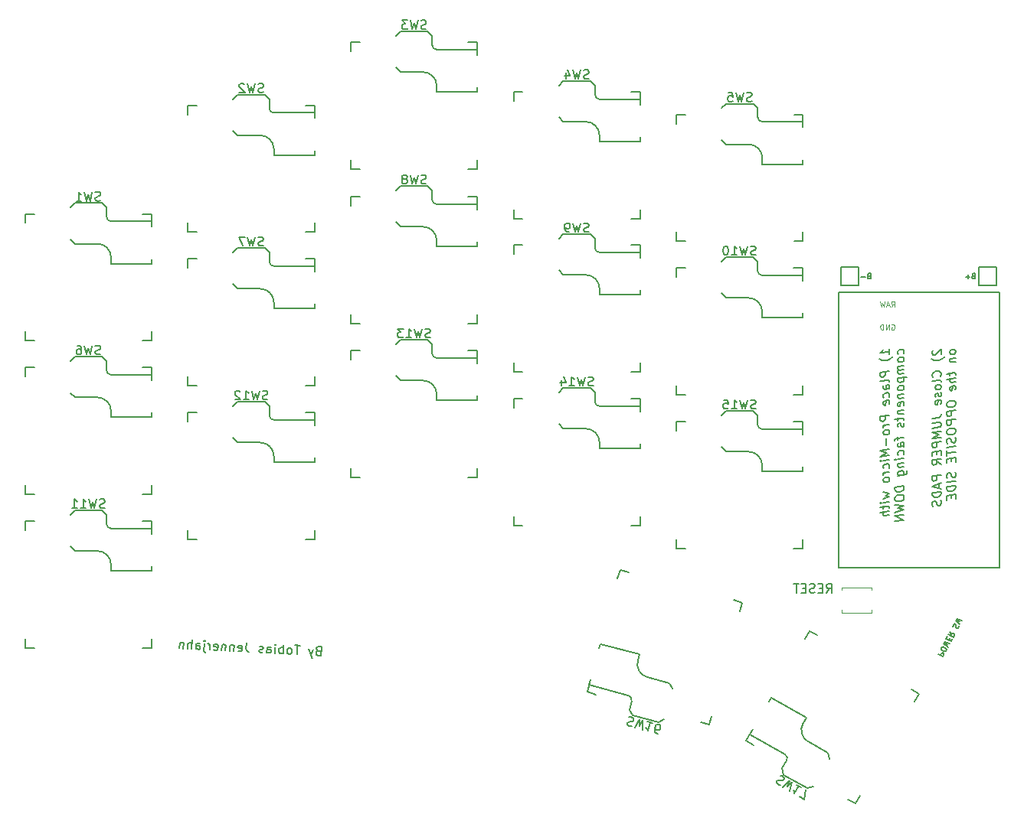
<source format=gbr>
%TF.GenerationSoftware,KiCad,Pcbnew,(6.0.7-1)-1*%
%TF.CreationDate,2022-09-01T14:34:03+02:00*%
%TF.ProjectId,sweep_no_curve,73776565-705f-46e6-9f5f-63757276652e,rev?*%
%TF.SameCoordinates,Original*%
%TF.FileFunction,Legend,Bot*%
%TF.FilePolarity,Positive*%
%FSLAX46Y46*%
G04 Gerber Fmt 4.6, Leading zero omitted, Abs format (unit mm)*
G04 Created by KiCad (PCBNEW (6.0.7-1)-1) date 2022-09-01 14:34:03*
%MOMM*%
%LPD*%
G01*
G04 APERTURE LIST*
%ADD10C,0.150000*%
%ADD11C,0.120000*%
G04 APERTURE END LIST*
D10*
X52493459Y-87421188D02*
X52348306Y-87461266D01*
X52298260Y-87506327D01*
X52245722Y-87598943D01*
X52238245Y-87741604D01*
X52280814Y-87839204D01*
X52325876Y-87889250D01*
X52418491Y-87941788D01*
X52798922Y-87961725D01*
X52851258Y-86963096D01*
X52518381Y-86945651D01*
X52420781Y-86988220D01*
X52370735Y-87033282D01*
X52318197Y-87125897D01*
X52313213Y-87221005D01*
X52355782Y-87318604D01*
X52400844Y-87368650D01*
X52493459Y-87421188D01*
X52826336Y-87438634D01*
X51930290Y-87248621D02*
X51657631Y-87901913D01*
X51454753Y-87223699D02*
X51657631Y-87901913D01*
X51740277Y-88144666D01*
X51785339Y-88194712D01*
X51877954Y-88247250D01*
X50473568Y-86838487D02*
X49902923Y-86808580D01*
X50135910Y-87822163D02*
X50188246Y-86823533D01*
X49375049Y-87782288D02*
X49472649Y-87739718D01*
X49522695Y-87694657D01*
X49575233Y-87602042D01*
X49590186Y-87316719D01*
X49547617Y-87219119D01*
X49502555Y-87169073D01*
X49409940Y-87116535D01*
X49267278Y-87109058D01*
X49169679Y-87151628D01*
X49119633Y-87196689D01*
X49067094Y-87289305D01*
X49052141Y-87574627D01*
X49094711Y-87672227D01*
X49139772Y-87722273D01*
X49232388Y-87774811D01*
X49375049Y-87782288D01*
X48614188Y-87742413D02*
X48666524Y-86743783D01*
X48646587Y-87124214D02*
X48553972Y-87071675D01*
X48363756Y-87061707D01*
X48266157Y-87104276D01*
X48216111Y-87149338D01*
X48163572Y-87241953D01*
X48148619Y-87527276D01*
X48191189Y-87624876D01*
X48236250Y-87674922D01*
X48328866Y-87727460D01*
X48519081Y-87737429D01*
X48616681Y-87694859D01*
X47710666Y-87695061D02*
X47745557Y-87029308D01*
X47763002Y-86696432D02*
X47808064Y-86746478D01*
X47758018Y-86791539D01*
X47712956Y-86741493D01*
X47763002Y-86696432D01*
X47758018Y-86791539D01*
X46807145Y-87647710D02*
X46834559Y-87124618D01*
X46887097Y-87032003D01*
X46984697Y-86989433D01*
X47174912Y-86999402D01*
X47267527Y-87051940D01*
X46809637Y-87600156D02*
X46902252Y-87652694D01*
X47140021Y-87665155D01*
X47237621Y-87622586D01*
X47290159Y-87529970D01*
X47295143Y-87434863D01*
X47252574Y-87337263D01*
X47159959Y-87284725D01*
X46922190Y-87272264D01*
X46829574Y-87219726D01*
X46381653Y-87577726D02*
X46284053Y-87620296D01*
X46093838Y-87610327D01*
X46001222Y-87557789D01*
X45958653Y-87460189D01*
X45961145Y-87412635D01*
X46013683Y-87320020D01*
X46111283Y-87277450D01*
X46253944Y-87284927D01*
X46351544Y-87242358D01*
X46404082Y-87149742D01*
X46406575Y-87102188D01*
X46364005Y-87004589D01*
X46271390Y-86952050D01*
X46128728Y-86944574D01*
X46031129Y-86987143D01*
X44529345Y-86526963D02*
X44491962Y-87240270D01*
X44532039Y-87385423D01*
X44622162Y-87485515D01*
X44762332Y-87540546D01*
X44857439Y-87545530D01*
X43623533Y-87433179D02*
X43716148Y-87485717D01*
X43906363Y-87495686D01*
X44003963Y-87453117D01*
X44056501Y-87360501D01*
X44076439Y-86980071D01*
X44033870Y-86882471D01*
X43941254Y-86829933D01*
X43751039Y-86819964D01*
X43653439Y-86862534D01*
X43600901Y-86955149D01*
X43595917Y-87050257D01*
X44066470Y-87170286D01*
X43180394Y-86790058D02*
X43145503Y-87455811D01*
X43175409Y-86885166D02*
X43130348Y-86835120D01*
X43037732Y-86782582D01*
X42895071Y-86775105D01*
X42797471Y-86817674D01*
X42744933Y-86910290D01*
X42717519Y-87433382D01*
X42276872Y-86742707D02*
X42241981Y-87408460D01*
X42271887Y-86837814D02*
X42226826Y-86787768D01*
X42134210Y-86735230D01*
X41991549Y-86727753D01*
X41893949Y-86770323D01*
X41841411Y-86862938D01*
X41813997Y-87386030D01*
X40960521Y-87293617D02*
X41053136Y-87346155D01*
X41243351Y-87356124D01*
X41340951Y-87313554D01*
X41393489Y-87220939D01*
X41413427Y-86840509D01*
X41370857Y-86742909D01*
X41278242Y-86690371D01*
X41088027Y-86680402D01*
X40990427Y-86722971D01*
X40937889Y-86815587D01*
X40932905Y-86910694D01*
X41403458Y-87030724D01*
X40482491Y-87316249D02*
X40517381Y-86650496D01*
X40507413Y-86840711D02*
X40464843Y-86743111D01*
X40419782Y-86693065D01*
X40327166Y-86640527D01*
X40232059Y-86635543D01*
X39899182Y-86618097D02*
X39854323Y-87474065D01*
X39896892Y-87571665D01*
X39989508Y-87624203D01*
X40037061Y-87626695D01*
X39916628Y-86285221D02*
X39961689Y-86335267D01*
X39911643Y-86380328D01*
X39866582Y-86330282D01*
X39916628Y-86285221D01*
X39911643Y-86380328D01*
X38960770Y-87236499D02*
X38988184Y-86713407D01*
X39040722Y-86620792D01*
X39138322Y-86578222D01*
X39328537Y-86588191D01*
X39421152Y-86640729D01*
X38963262Y-87188945D02*
X39055877Y-87241483D01*
X39293646Y-87253944D01*
X39391246Y-87211375D01*
X39443784Y-87118759D01*
X39448768Y-87023652D01*
X39406199Y-86926052D01*
X39313584Y-86873514D01*
X39075815Y-86861053D01*
X38983199Y-86808515D01*
X38485232Y-87211577D02*
X38537568Y-86212947D01*
X38057248Y-87189147D02*
X38084662Y-86666055D01*
X38137200Y-86573440D01*
X38234800Y-86530871D01*
X38377461Y-86538347D01*
X38470076Y-86590885D01*
X38515138Y-86640931D01*
X37616600Y-86498472D02*
X37581710Y-87164225D01*
X37611616Y-86593580D02*
X37566554Y-86543534D01*
X37473939Y-86490996D01*
X37331278Y-86483519D01*
X37233678Y-86526088D01*
X37181140Y-86618704D01*
X37153726Y-87141795D01*
D11*
X115837255Y-49344228D02*
X116037255Y-49058514D01*
X116180112Y-49344228D02*
X116180112Y-48744228D01*
X115951541Y-48744228D01*
X115894398Y-48772800D01*
X115865827Y-48801371D01*
X115837255Y-48858514D01*
X115837255Y-48944228D01*
X115865827Y-49001371D01*
X115894398Y-49029942D01*
X115951541Y-49058514D01*
X116180112Y-49058514D01*
X115608684Y-49172800D02*
X115322970Y-49172800D01*
X115665827Y-49344228D02*
X115465827Y-48744228D01*
X115265827Y-49344228D01*
X115122970Y-48744228D02*
X114980112Y-49344228D01*
X114865827Y-48915657D01*
X114751541Y-49344228D01*
X114608684Y-48744228D01*
D10*
X113358571Y-45931142D02*
X113272857Y-45959714D01*
X113244285Y-45988285D01*
X113215714Y-46045428D01*
X113215714Y-46131142D01*
X113244285Y-46188285D01*
X113272857Y-46216857D01*
X113330000Y-46245428D01*
X113558571Y-46245428D01*
X113558571Y-45645428D01*
X113358571Y-45645428D01*
X113301428Y-45674000D01*
X113272857Y-45702571D01*
X113244285Y-45759714D01*
X113244285Y-45816857D01*
X113272857Y-45874000D01*
X113301428Y-45902571D01*
X113358571Y-45931142D01*
X113558571Y-45931142D01*
X112958571Y-46016857D02*
X112501428Y-46016857D01*
X120459419Y-54153423D02*
X120411800Y-54206995D01*
X120364180Y-54308185D01*
X120364180Y-54546280D01*
X120411800Y-54635566D01*
X120459419Y-54677233D01*
X120554657Y-54712947D01*
X120649895Y-54701042D01*
X120792752Y-54635566D01*
X121364180Y-53992709D01*
X121364180Y-54611757D01*
X121745133Y-54897471D02*
X121697514Y-54951042D01*
X121554657Y-55064138D01*
X121459419Y-55123661D01*
X121316561Y-55189138D01*
X121078466Y-55266519D01*
X120887990Y-55290328D01*
X120649895Y-55272471D01*
X120507038Y-55242709D01*
X120411800Y-55206995D01*
X120268942Y-55129614D01*
X120221323Y-55087947D01*
X121268942Y-57052233D02*
X121316561Y-56998661D01*
X121364180Y-56849852D01*
X121364180Y-56754614D01*
X121316561Y-56617709D01*
X121221323Y-56534376D01*
X121126085Y-56498661D01*
X120935609Y-56474852D01*
X120792752Y-56492709D01*
X120602276Y-56564138D01*
X120507038Y-56623661D01*
X120411800Y-56730804D01*
X120364180Y-56879614D01*
X120364180Y-56974852D01*
X120411800Y-57111757D01*
X120459419Y-57153423D01*
X121364180Y-57611757D02*
X121316561Y-57522471D01*
X121221323Y-57486757D01*
X120364180Y-57593900D01*
X121364180Y-58135566D02*
X121316561Y-58046280D01*
X121268942Y-58004614D01*
X121173704Y-57968900D01*
X120887990Y-58004614D01*
X120792752Y-58064138D01*
X120745133Y-58117709D01*
X120697514Y-58218900D01*
X120697514Y-58361757D01*
X120745133Y-58451042D01*
X120792752Y-58492709D01*
X120887990Y-58528423D01*
X121173704Y-58492709D01*
X121268942Y-58433185D01*
X121316561Y-58379614D01*
X121364180Y-58278423D01*
X121364180Y-58135566D01*
X121316561Y-58855804D02*
X121364180Y-58945090D01*
X121364180Y-59135566D01*
X121316561Y-59236757D01*
X121221323Y-59296280D01*
X121173704Y-59302233D01*
X121078466Y-59266519D01*
X121030847Y-59177233D01*
X121030847Y-59034376D01*
X120983228Y-58945090D01*
X120887990Y-58909376D01*
X120840371Y-58915328D01*
X120745133Y-58974852D01*
X120697514Y-59076042D01*
X120697514Y-59218900D01*
X120745133Y-59308185D01*
X121316561Y-60093900D02*
X121364180Y-59992709D01*
X121364180Y-59802233D01*
X121316561Y-59712947D01*
X121221323Y-59677233D01*
X120840371Y-59724852D01*
X120745133Y-59784376D01*
X120697514Y-59885566D01*
X120697514Y-60076042D01*
X120745133Y-60165328D01*
X120840371Y-60201042D01*
X120935609Y-60189138D01*
X121030847Y-59701042D01*
X120364180Y-61736757D02*
X121078466Y-61647471D01*
X121221323Y-61581995D01*
X121316561Y-61474852D01*
X121364180Y-61326042D01*
X121364180Y-61230804D01*
X120364180Y-62212947D02*
X121173704Y-62111757D01*
X121268942Y-62147471D01*
X121316561Y-62189138D01*
X121364180Y-62278423D01*
X121364180Y-62468900D01*
X121316561Y-62570090D01*
X121268942Y-62623661D01*
X121173704Y-62683185D01*
X120364180Y-62784376D01*
X121364180Y-63135566D02*
X120364180Y-63260566D01*
X121078466Y-63504614D01*
X120364180Y-63927233D01*
X121364180Y-63802233D01*
X121364180Y-64278423D02*
X120364180Y-64403423D01*
X120364180Y-64784376D01*
X120411800Y-64873661D01*
X120459419Y-64915328D01*
X120554657Y-64951042D01*
X120697514Y-64933185D01*
X120792752Y-64873661D01*
X120840371Y-64820090D01*
X120887990Y-64718900D01*
X120887990Y-64337947D01*
X120840371Y-65343900D02*
X120840371Y-65677233D01*
X121364180Y-65754614D02*
X121364180Y-65278423D01*
X120364180Y-65403423D01*
X120364180Y-65879614D01*
X121364180Y-66754614D02*
X120887990Y-66480804D01*
X121364180Y-66183185D02*
X120364180Y-66308185D01*
X120364180Y-66689138D01*
X120411800Y-66778423D01*
X120459419Y-66820090D01*
X120554657Y-66855804D01*
X120697514Y-66837947D01*
X120792752Y-66778423D01*
X120840371Y-66724852D01*
X120887990Y-66623661D01*
X120887990Y-66242709D01*
X121364180Y-67945090D02*
X120364180Y-68070090D01*
X120364180Y-68451042D01*
X120411800Y-68540328D01*
X120459419Y-68581995D01*
X120554657Y-68617709D01*
X120697514Y-68599852D01*
X120792752Y-68540328D01*
X120840371Y-68486757D01*
X120887990Y-68385566D01*
X120887990Y-68004614D01*
X121078466Y-68933185D02*
X121078466Y-69409376D01*
X121364180Y-68802233D02*
X120364180Y-69260566D01*
X121364180Y-69468900D01*
X121364180Y-69802233D02*
X120364180Y-69927233D01*
X120364180Y-70165328D01*
X120411800Y-70302233D01*
X120507038Y-70385566D01*
X120602276Y-70421280D01*
X120792752Y-70445090D01*
X120935609Y-70427233D01*
X121126085Y-70355804D01*
X121221323Y-70296280D01*
X121316561Y-70189138D01*
X121364180Y-70040328D01*
X121364180Y-69802233D01*
X121316561Y-70760566D02*
X121364180Y-70897471D01*
X121364180Y-71135566D01*
X121316561Y-71236757D01*
X121268942Y-71290328D01*
X121173704Y-71349852D01*
X121078466Y-71361757D01*
X120983228Y-71326042D01*
X120935609Y-71284376D01*
X120887990Y-71195090D01*
X120840371Y-71010566D01*
X120792752Y-70921280D01*
X120745133Y-70879614D01*
X120649895Y-70843900D01*
X120554657Y-70855804D01*
X120459419Y-70915328D01*
X120411800Y-70968900D01*
X120364180Y-71070090D01*
X120364180Y-71308185D01*
X120411800Y-71445090D01*
X122974180Y-54230804D02*
X122926561Y-54141519D01*
X122878942Y-54099852D01*
X122783704Y-54064138D01*
X122497990Y-54099852D01*
X122402752Y-54159376D01*
X122355133Y-54212947D01*
X122307514Y-54314138D01*
X122307514Y-54456995D01*
X122355133Y-54546280D01*
X122402752Y-54587947D01*
X122497990Y-54623661D01*
X122783704Y-54587947D01*
X122878942Y-54528423D01*
X122926561Y-54474852D01*
X122974180Y-54373661D01*
X122974180Y-54230804D01*
X122307514Y-55076042D02*
X122974180Y-54992709D01*
X122402752Y-55064138D02*
X122355133Y-55117709D01*
X122307514Y-55218900D01*
X122307514Y-55361757D01*
X122355133Y-55451042D01*
X122450371Y-55486757D01*
X122974180Y-55421280D01*
X122307514Y-56599852D02*
X122307514Y-56980804D01*
X121974180Y-56784376D02*
X122831323Y-56677233D01*
X122926561Y-56712947D01*
X122974180Y-56802233D01*
X122974180Y-56897471D01*
X122974180Y-57230804D02*
X121974180Y-57355804D01*
X122974180Y-57659376D02*
X122450371Y-57724852D01*
X122355133Y-57689138D01*
X122307514Y-57599852D01*
X122307514Y-57456995D01*
X122355133Y-57355804D01*
X122402752Y-57302233D01*
X122926561Y-58522471D02*
X122974180Y-58421280D01*
X122974180Y-58230804D01*
X122926561Y-58141519D01*
X122831323Y-58105804D01*
X122450371Y-58153423D01*
X122355133Y-58212947D01*
X122307514Y-58314138D01*
X122307514Y-58504614D01*
X122355133Y-58593900D01*
X122450371Y-58629614D01*
X122545609Y-58617709D01*
X122640847Y-58129614D01*
X121974180Y-60070090D02*
X121974180Y-60260566D01*
X122021800Y-60349852D01*
X122117038Y-60433185D01*
X122307514Y-60456995D01*
X122640847Y-60415328D01*
X122831323Y-60343900D01*
X122926561Y-60236757D01*
X122974180Y-60135566D01*
X122974180Y-59945090D01*
X122926561Y-59855804D01*
X122831323Y-59772471D01*
X122640847Y-59748661D01*
X122307514Y-59790328D01*
X122117038Y-59861757D01*
X122021800Y-59968900D01*
X121974180Y-60070090D01*
X122974180Y-60802233D02*
X121974180Y-60927233D01*
X121974180Y-61308185D01*
X122021800Y-61397471D01*
X122069419Y-61439138D01*
X122164657Y-61474852D01*
X122307514Y-61456995D01*
X122402752Y-61397471D01*
X122450371Y-61343900D01*
X122497990Y-61242709D01*
X122497990Y-60861757D01*
X122974180Y-61802233D02*
X121974180Y-61927233D01*
X121974180Y-62308185D01*
X122021800Y-62397471D01*
X122069419Y-62439138D01*
X122164657Y-62474852D01*
X122307514Y-62456995D01*
X122402752Y-62397471D01*
X122450371Y-62343900D01*
X122497990Y-62242709D01*
X122497990Y-61861757D01*
X121974180Y-63117709D02*
X121974180Y-63308185D01*
X122021800Y-63397471D01*
X122117038Y-63480804D01*
X122307514Y-63504614D01*
X122640847Y-63462947D01*
X122831323Y-63391519D01*
X122926561Y-63284376D01*
X122974180Y-63183185D01*
X122974180Y-62992709D01*
X122926561Y-62903423D01*
X122831323Y-62820090D01*
X122640847Y-62796280D01*
X122307514Y-62837947D01*
X122117038Y-62909376D01*
X122021800Y-63016519D01*
X121974180Y-63117709D01*
X122926561Y-63808185D02*
X122974180Y-63945090D01*
X122974180Y-64183185D01*
X122926561Y-64284376D01*
X122878942Y-64337947D01*
X122783704Y-64397471D01*
X122688466Y-64409376D01*
X122593228Y-64373661D01*
X122545609Y-64331995D01*
X122497990Y-64242709D01*
X122450371Y-64058185D01*
X122402752Y-63968900D01*
X122355133Y-63927233D01*
X122259895Y-63891519D01*
X122164657Y-63903423D01*
X122069419Y-63962947D01*
X122021800Y-64016519D01*
X121974180Y-64117709D01*
X121974180Y-64355804D01*
X122021800Y-64492709D01*
X122974180Y-64802233D02*
X121974180Y-64927233D01*
X121974180Y-65260566D02*
X121974180Y-65831995D01*
X122974180Y-65421280D02*
X121974180Y-65546280D01*
X122450371Y-66105804D02*
X122450371Y-66439138D01*
X122974180Y-66516519D02*
X122974180Y-66040328D01*
X121974180Y-66165328D01*
X121974180Y-66641519D01*
X122926561Y-67665328D02*
X122974180Y-67802233D01*
X122974180Y-68040328D01*
X122926561Y-68141519D01*
X122878942Y-68195090D01*
X122783704Y-68254614D01*
X122688466Y-68266519D01*
X122593228Y-68230804D01*
X122545609Y-68189138D01*
X122497990Y-68099852D01*
X122450371Y-67915328D01*
X122402752Y-67826042D01*
X122355133Y-67784376D01*
X122259895Y-67748661D01*
X122164657Y-67760566D01*
X122069419Y-67820090D01*
X122021800Y-67873661D01*
X121974180Y-67974852D01*
X121974180Y-68212947D01*
X122021800Y-68349852D01*
X122974180Y-68659376D02*
X121974180Y-68784376D01*
X122974180Y-69135566D02*
X121974180Y-69260566D01*
X121974180Y-69498661D01*
X122021800Y-69635566D01*
X122117038Y-69718900D01*
X122212276Y-69754614D01*
X122402752Y-69778423D01*
X122545609Y-69760566D01*
X122736085Y-69689138D01*
X122831323Y-69629614D01*
X122926561Y-69522471D01*
X122974180Y-69373661D01*
X122974180Y-69135566D01*
X122450371Y-70201042D02*
X122450371Y-70534376D01*
X122974180Y-70611757D02*
X122974180Y-70135566D01*
X121974180Y-70260566D01*
X121974180Y-70736757D01*
D11*
X115865827Y-51312800D02*
X115922970Y-51284228D01*
X116008684Y-51284228D01*
X116094398Y-51312800D01*
X116151541Y-51369942D01*
X116180112Y-51427085D01*
X116208684Y-51541371D01*
X116208684Y-51627085D01*
X116180112Y-51741371D01*
X116151541Y-51798514D01*
X116094398Y-51855657D01*
X116008684Y-51884228D01*
X115951541Y-51884228D01*
X115865827Y-51855657D01*
X115837255Y-51827085D01*
X115837255Y-51627085D01*
X115951541Y-51627085D01*
X115580112Y-51884228D02*
X115580112Y-51284228D01*
X115237255Y-51884228D01*
X115237255Y-51284228D01*
X114951541Y-51884228D02*
X114951541Y-51284228D01*
X114808684Y-51284228D01*
X114722970Y-51312800D01*
X114665827Y-51369942D01*
X114637255Y-51427085D01*
X114608684Y-51541371D01*
X114608684Y-51627085D01*
X114637255Y-51741371D01*
X114665827Y-51798514D01*
X114722970Y-51855657D01*
X114808684Y-51884228D01*
X114951541Y-51884228D01*
D10*
X115623780Y-54611757D02*
X115623780Y-54040328D01*
X115623780Y-54326042D02*
X114623780Y-54451042D01*
X114766638Y-54337947D01*
X114861876Y-54230804D01*
X114909495Y-54129614D01*
X116004733Y-54897471D02*
X115957114Y-54951042D01*
X115814257Y-55064138D01*
X115719019Y-55123661D01*
X115576161Y-55189138D01*
X115338066Y-55266519D01*
X115147590Y-55290328D01*
X114909495Y-55272471D01*
X114766638Y-55242709D01*
X114671400Y-55206995D01*
X114528542Y-55129614D01*
X114480923Y-55087947D01*
X115623780Y-56468900D02*
X114623780Y-56593900D01*
X114623780Y-56974852D01*
X114671400Y-57064138D01*
X114719019Y-57105804D01*
X114814257Y-57141519D01*
X114957114Y-57123661D01*
X115052352Y-57064138D01*
X115099971Y-57010566D01*
X115147590Y-56909376D01*
X115147590Y-56528423D01*
X115623780Y-57611757D02*
X115576161Y-57522471D01*
X115480923Y-57486757D01*
X114623780Y-57593900D01*
X115623780Y-58421280D02*
X115099971Y-58486757D01*
X115004733Y-58451042D01*
X114957114Y-58361757D01*
X114957114Y-58171280D01*
X115004733Y-58070090D01*
X115576161Y-58427233D02*
X115623780Y-58326042D01*
X115623780Y-58087947D01*
X115576161Y-57998661D01*
X115480923Y-57962947D01*
X115385685Y-57974852D01*
X115290447Y-58034376D01*
X115242828Y-58135566D01*
X115242828Y-58373661D01*
X115195209Y-58474852D01*
X115576161Y-59331995D02*
X115623780Y-59230804D01*
X115623780Y-59040328D01*
X115576161Y-58951042D01*
X115528542Y-58909376D01*
X115433304Y-58873661D01*
X115147590Y-58909376D01*
X115052352Y-58968900D01*
X115004733Y-59022471D01*
X114957114Y-59123661D01*
X114957114Y-59314138D01*
X115004733Y-59403423D01*
X115576161Y-60141519D02*
X115623780Y-60040328D01*
X115623780Y-59849852D01*
X115576161Y-59760566D01*
X115480923Y-59724852D01*
X115099971Y-59772471D01*
X115004733Y-59831995D01*
X114957114Y-59933185D01*
X114957114Y-60123661D01*
X115004733Y-60212947D01*
X115099971Y-60248661D01*
X115195209Y-60236757D01*
X115290447Y-59748661D01*
X115623780Y-61373661D02*
X114623780Y-61498661D01*
X114623780Y-61879614D01*
X114671400Y-61968900D01*
X114719019Y-62010566D01*
X114814257Y-62046280D01*
X114957114Y-62028423D01*
X115052352Y-61968900D01*
X115099971Y-61915328D01*
X115147590Y-61814138D01*
X115147590Y-61433185D01*
X115623780Y-62373661D02*
X114957114Y-62456995D01*
X115147590Y-62433185D02*
X115052352Y-62492709D01*
X115004733Y-62546280D01*
X114957114Y-62647471D01*
X114957114Y-62742709D01*
X115623780Y-63135566D02*
X115576161Y-63046280D01*
X115528542Y-63004614D01*
X115433304Y-62968900D01*
X115147590Y-63004614D01*
X115052352Y-63064138D01*
X115004733Y-63117709D01*
X114957114Y-63218900D01*
X114957114Y-63361757D01*
X115004733Y-63451042D01*
X115052352Y-63492709D01*
X115147590Y-63528423D01*
X115433304Y-63492709D01*
X115528542Y-63433185D01*
X115576161Y-63379614D01*
X115623780Y-63278423D01*
X115623780Y-63135566D01*
X115242828Y-63945090D02*
X115242828Y-64706995D01*
X115623780Y-65135566D02*
X114623780Y-65260566D01*
X115338066Y-65504614D01*
X114623780Y-65927233D01*
X115623780Y-65802233D01*
X115623780Y-66278423D02*
X114957114Y-66361757D01*
X114623780Y-66403423D02*
X114671400Y-66349852D01*
X114719019Y-66391519D01*
X114671400Y-66445090D01*
X114623780Y-66403423D01*
X114719019Y-66391519D01*
X115576161Y-67189138D02*
X115623780Y-67087947D01*
X115623780Y-66897471D01*
X115576161Y-66808185D01*
X115528542Y-66766519D01*
X115433304Y-66730804D01*
X115147590Y-66766519D01*
X115052352Y-66826042D01*
X115004733Y-66879614D01*
X114957114Y-66980804D01*
X114957114Y-67171280D01*
X115004733Y-67260566D01*
X115623780Y-67611757D02*
X114957114Y-67695090D01*
X115147590Y-67671280D02*
X115052352Y-67730804D01*
X115004733Y-67784376D01*
X114957114Y-67885566D01*
X114957114Y-67980804D01*
X115623780Y-68373661D02*
X115576161Y-68284376D01*
X115528542Y-68242709D01*
X115433304Y-68206995D01*
X115147590Y-68242709D01*
X115052352Y-68302233D01*
X115004733Y-68355804D01*
X114957114Y-68456995D01*
X114957114Y-68599852D01*
X115004733Y-68689138D01*
X115052352Y-68730804D01*
X115147590Y-68766519D01*
X115433304Y-68730804D01*
X115528542Y-68671280D01*
X115576161Y-68617709D01*
X115623780Y-68516519D01*
X115623780Y-68373661D01*
X114957114Y-69885566D02*
X115623780Y-69992709D01*
X115147590Y-70242709D01*
X115623780Y-70373661D01*
X114957114Y-70647471D01*
X115623780Y-70945090D02*
X114957114Y-71028423D01*
X114623780Y-71070090D02*
X114671400Y-71016519D01*
X114719019Y-71058185D01*
X114671400Y-71111757D01*
X114623780Y-71070090D01*
X114719019Y-71058185D01*
X114957114Y-71361757D02*
X114957114Y-71742709D01*
X114623780Y-71546280D02*
X115480923Y-71439138D01*
X115576161Y-71474852D01*
X115623780Y-71564138D01*
X115623780Y-71659376D01*
X115623780Y-71992709D02*
X114623780Y-72117709D01*
X115623780Y-72421280D02*
X115099971Y-72486757D01*
X115004733Y-72451042D01*
X114957114Y-72361757D01*
X114957114Y-72218900D01*
X115004733Y-72117709D01*
X115052352Y-72064138D01*
X117186161Y-54522471D02*
X117233780Y-54421280D01*
X117233780Y-54230804D01*
X117186161Y-54141519D01*
X117138542Y-54099852D01*
X117043304Y-54064138D01*
X116757590Y-54099852D01*
X116662352Y-54159376D01*
X116614733Y-54212947D01*
X116567114Y-54314138D01*
X116567114Y-54504614D01*
X116614733Y-54593900D01*
X117233780Y-55087947D02*
X117186161Y-54998661D01*
X117138542Y-54956995D01*
X117043304Y-54921280D01*
X116757590Y-54956995D01*
X116662352Y-55016519D01*
X116614733Y-55070090D01*
X116567114Y-55171280D01*
X116567114Y-55314138D01*
X116614733Y-55403423D01*
X116662352Y-55445090D01*
X116757590Y-55480804D01*
X117043304Y-55445090D01*
X117138542Y-55385566D01*
X117186161Y-55331995D01*
X117233780Y-55230804D01*
X117233780Y-55087947D01*
X117233780Y-55849852D02*
X116567114Y-55933185D01*
X116662352Y-55921280D02*
X116614733Y-55974852D01*
X116567114Y-56076042D01*
X116567114Y-56218900D01*
X116614733Y-56308185D01*
X116709971Y-56343900D01*
X117233780Y-56278423D01*
X116709971Y-56343900D02*
X116614733Y-56403423D01*
X116567114Y-56504614D01*
X116567114Y-56647471D01*
X116614733Y-56736757D01*
X116709971Y-56772471D01*
X117233780Y-56706995D01*
X116567114Y-57266519D02*
X117567114Y-57141519D01*
X116614733Y-57260566D02*
X116567114Y-57361757D01*
X116567114Y-57552233D01*
X116614733Y-57641519D01*
X116662352Y-57683185D01*
X116757590Y-57718900D01*
X117043304Y-57683185D01*
X117138542Y-57623661D01*
X117186161Y-57570090D01*
X117233780Y-57468900D01*
X117233780Y-57278423D01*
X117186161Y-57189138D01*
X117233780Y-58230804D02*
X117186161Y-58141519D01*
X117138542Y-58099852D01*
X117043304Y-58064138D01*
X116757590Y-58099852D01*
X116662352Y-58159376D01*
X116614733Y-58212947D01*
X116567114Y-58314138D01*
X116567114Y-58456995D01*
X116614733Y-58546280D01*
X116662352Y-58587947D01*
X116757590Y-58623661D01*
X117043304Y-58587947D01*
X117138542Y-58528423D01*
X117186161Y-58474852D01*
X117233780Y-58373661D01*
X117233780Y-58230804D01*
X116567114Y-59076042D02*
X117233780Y-58992709D01*
X116662352Y-59064138D02*
X116614733Y-59117709D01*
X116567114Y-59218900D01*
X116567114Y-59361757D01*
X116614733Y-59451042D01*
X116709971Y-59486757D01*
X117233780Y-59421280D01*
X117186161Y-60284376D02*
X117233780Y-60183185D01*
X117233780Y-59992709D01*
X117186161Y-59903423D01*
X117090923Y-59867709D01*
X116709971Y-59915328D01*
X116614733Y-59974852D01*
X116567114Y-60076042D01*
X116567114Y-60266519D01*
X116614733Y-60355804D01*
X116709971Y-60391519D01*
X116805209Y-60379614D01*
X116900447Y-59891519D01*
X116567114Y-60837947D02*
X117233780Y-60754614D01*
X116662352Y-60826042D02*
X116614733Y-60879614D01*
X116567114Y-60980804D01*
X116567114Y-61123661D01*
X116614733Y-61212947D01*
X116709971Y-61248661D01*
X117233780Y-61183185D01*
X116567114Y-61599852D02*
X116567114Y-61980804D01*
X116233780Y-61784376D02*
X117090923Y-61677233D01*
X117186161Y-61712947D01*
X117233780Y-61802233D01*
X117233780Y-61897471D01*
X117186161Y-62189138D02*
X117233780Y-62278423D01*
X117233780Y-62468900D01*
X117186161Y-62570090D01*
X117090923Y-62629614D01*
X117043304Y-62635566D01*
X116948066Y-62599852D01*
X116900447Y-62510566D01*
X116900447Y-62367709D01*
X116852828Y-62278423D01*
X116757590Y-62242709D01*
X116709971Y-62248661D01*
X116614733Y-62308185D01*
X116567114Y-62409376D01*
X116567114Y-62552233D01*
X116614733Y-62641519D01*
X116567114Y-63742709D02*
X116567114Y-64123661D01*
X117233780Y-63802233D02*
X116376638Y-63909376D01*
X116281400Y-63968900D01*
X116233780Y-64070090D01*
X116233780Y-64165328D01*
X117233780Y-64802233D02*
X116709971Y-64867709D01*
X116614733Y-64831995D01*
X116567114Y-64742709D01*
X116567114Y-64552233D01*
X116614733Y-64451042D01*
X117186161Y-64808185D02*
X117233780Y-64706995D01*
X117233780Y-64468900D01*
X117186161Y-64379614D01*
X117090923Y-64343900D01*
X116995685Y-64355804D01*
X116900447Y-64415328D01*
X116852828Y-64516519D01*
X116852828Y-64754614D01*
X116805209Y-64855804D01*
X117186161Y-65712947D02*
X117233780Y-65611757D01*
X117233780Y-65421280D01*
X117186161Y-65331995D01*
X117138542Y-65290328D01*
X117043304Y-65254614D01*
X116757590Y-65290328D01*
X116662352Y-65349852D01*
X116614733Y-65403423D01*
X116567114Y-65504614D01*
X116567114Y-65695090D01*
X116614733Y-65784376D01*
X117233780Y-66135566D02*
X116567114Y-66218900D01*
X116233780Y-66260566D02*
X116281400Y-66206995D01*
X116329019Y-66248661D01*
X116281400Y-66302233D01*
X116233780Y-66260566D01*
X116329019Y-66248661D01*
X116567114Y-66695090D02*
X117233780Y-66611757D01*
X116662352Y-66683185D02*
X116614733Y-66736757D01*
X116567114Y-66837947D01*
X116567114Y-66980804D01*
X116614733Y-67070090D01*
X116709971Y-67105804D01*
X117233780Y-67040328D01*
X116567114Y-68028423D02*
X117376638Y-67927233D01*
X117471876Y-67867709D01*
X117519495Y-67814138D01*
X117567114Y-67712947D01*
X117567114Y-67570090D01*
X117519495Y-67480804D01*
X117186161Y-67951042D02*
X117233780Y-67849852D01*
X117233780Y-67659376D01*
X117186161Y-67570090D01*
X117138542Y-67528423D01*
X117043304Y-67492709D01*
X116757590Y-67528423D01*
X116662352Y-67587947D01*
X116614733Y-67641519D01*
X116567114Y-67742709D01*
X116567114Y-67933185D01*
X116614733Y-68022471D01*
X117233780Y-69183185D02*
X116233780Y-69308185D01*
X116233780Y-69546280D01*
X116281400Y-69683185D01*
X116376638Y-69766519D01*
X116471876Y-69802233D01*
X116662352Y-69826042D01*
X116805209Y-69808185D01*
X116995685Y-69736757D01*
X117090923Y-69677233D01*
X117186161Y-69570090D01*
X117233780Y-69421280D01*
X117233780Y-69183185D01*
X116233780Y-70498661D02*
X116233780Y-70689138D01*
X116281400Y-70778423D01*
X116376638Y-70861757D01*
X116567114Y-70885566D01*
X116900447Y-70843900D01*
X117090923Y-70772471D01*
X117186161Y-70665328D01*
X117233780Y-70564138D01*
X117233780Y-70373661D01*
X117186161Y-70284376D01*
X117090923Y-70201042D01*
X116900447Y-70177233D01*
X116567114Y-70218900D01*
X116376638Y-70290328D01*
X116281400Y-70397471D01*
X116233780Y-70498661D01*
X116233780Y-71260566D02*
X117233780Y-71373661D01*
X116519495Y-71653423D01*
X117233780Y-71754614D01*
X116233780Y-72117709D01*
X117233780Y-72373661D02*
X116233780Y-72498661D01*
X117233780Y-72945090D01*
X116233780Y-73070090D01*
X124915571Y-45931142D02*
X124829857Y-45959714D01*
X124801285Y-45988285D01*
X124772714Y-46045428D01*
X124772714Y-46131142D01*
X124801285Y-46188285D01*
X124829857Y-46216857D01*
X124887000Y-46245428D01*
X125115571Y-46245428D01*
X125115571Y-45645428D01*
X124915571Y-45645428D01*
X124858428Y-45674000D01*
X124829857Y-45702571D01*
X124801285Y-45759714D01*
X124801285Y-45816857D01*
X124829857Y-45874000D01*
X124858428Y-45902571D01*
X124915571Y-45931142D01*
X125115571Y-45931142D01*
X124515571Y-46016857D02*
X124058428Y-46016857D01*
X124287000Y-46245428D02*
X124287000Y-45788285D01*
%TO.C,SW17*%
X103546287Y-101223670D02*
X103693814Y-101253859D01*
X103900011Y-101372906D01*
X103958680Y-101461765D01*
X103976110Y-101526814D01*
X103969730Y-101633102D01*
X103922111Y-101715580D01*
X103833253Y-101774249D01*
X103768204Y-101791679D01*
X103661916Y-101785299D01*
X103473149Y-101731301D01*
X103366861Y-101724921D01*
X103301812Y-101742351D01*
X103212954Y-101801020D01*
X103165334Y-101883498D01*
X103158955Y-101989787D01*
X103176385Y-102054835D01*
X103235054Y-102143694D01*
X103441250Y-102262741D01*
X103588778Y-102292931D01*
X103853643Y-102500837D02*
X104559840Y-101753859D01*
X104367654Y-102467686D01*
X104889754Y-101944335D01*
X104595951Y-102929408D01*
X105879497Y-102515764D02*
X105384626Y-102230049D01*
X105632062Y-102372906D02*
X105132062Y-103238932D01*
X105121012Y-103067595D01*
X105086152Y-102937497D01*
X105027483Y-102848639D01*
X105668173Y-103548456D02*
X106245523Y-103881789D01*
X106374369Y-102801478D01*
%TO.C,SW5*%
X100413333Y-26594761D02*
X100270476Y-26642380D01*
X100032380Y-26642380D01*
X99937142Y-26594761D01*
X99889523Y-26547142D01*
X99841904Y-26451904D01*
X99841904Y-26356666D01*
X99889523Y-26261428D01*
X99937142Y-26213809D01*
X100032380Y-26166190D01*
X100222857Y-26118571D01*
X100318095Y-26070952D01*
X100365714Y-26023333D01*
X100413333Y-25928095D01*
X100413333Y-25832857D01*
X100365714Y-25737619D01*
X100318095Y-25690000D01*
X100222857Y-25642380D01*
X99984761Y-25642380D01*
X99841904Y-25690000D01*
X99508571Y-25642380D02*
X99270476Y-26642380D01*
X99080000Y-25928095D01*
X98889523Y-26642380D01*
X98651428Y-25642380D01*
X97794285Y-25642380D02*
X98270476Y-25642380D01*
X98318095Y-26118571D01*
X98270476Y-26070952D01*
X98175238Y-26023333D01*
X97937142Y-26023333D01*
X97841904Y-26070952D01*
X97794285Y-26118571D01*
X97746666Y-26213809D01*
X97746666Y-26451904D01*
X97794285Y-26547142D01*
X97841904Y-26594761D01*
X97937142Y-26642380D01*
X98175238Y-26642380D01*
X98270476Y-26594761D01*
X98318095Y-26547142D01*
%TO.C,SW4*%
X82413333Y-24094761D02*
X82270476Y-24142380D01*
X82032380Y-24142380D01*
X81937142Y-24094761D01*
X81889523Y-24047142D01*
X81841904Y-23951904D01*
X81841904Y-23856666D01*
X81889523Y-23761428D01*
X81937142Y-23713809D01*
X82032380Y-23666190D01*
X82222857Y-23618571D01*
X82318095Y-23570952D01*
X82365714Y-23523333D01*
X82413333Y-23428095D01*
X82413333Y-23332857D01*
X82365714Y-23237619D01*
X82318095Y-23190000D01*
X82222857Y-23142380D01*
X81984761Y-23142380D01*
X81841904Y-23190000D01*
X81508571Y-23142380D02*
X81270476Y-24142380D01*
X81080000Y-23428095D01*
X80889523Y-24142380D01*
X80651428Y-23142380D01*
X79841904Y-23475714D02*
X79841904Y-24142380D01*
X80080000Y-23094761D02*
X80318095Y-23809047D01*
X79699047Y-23809047D01*
%TO.C,SW9*%
X82413333Y-41044761D02*
X82270476Y-41092380D01*
X82032380Y-41092380D01*
X81937142Y-41044761D01*
X81889523Y-40997142D01*
X81841904Y-40901904D01*
X81841904Y-40806666D01*
X81889523Y-40711428D01*
X81937142Y-40663809D01*
X82032380Y-40616190D01*
X82222857Y-40568571D01*
X82318095Y-40520952D01*
X82365714Y-40473333D01*
X82413333Y-40378095D01*
X82413333Y-40282857D01*
X82365714Y-40187619D01*
X82318095Y-40140000D01*
X82222857Y-40092380D01*
X81984761Y-40092380D01*
X81841904Y-40140000D01*
X81508571Y-40092380D02*
X81270476Y-41092380D01*
X81080000Y-40378095D01*
X80889523Y-41092380D01*
X80651428Y-40092380D01*
X80222857Y-41092380D02*
X80032380Y-41092380D01*
X79937142Y-41044761D01*
X79889523Y-40997142D01*
X79794285Y-40854285D01*
X79746666Y-40663809D01*
X79746666Y-40282857D01*
X79794285Y-40187619D01*
X79841904Y-40140000D01*
X79937142Y-40092380D01*
X80127619Y-40092380D01*
X80222857Y-40140000D01*
X80270476Y-40187619D01*
X80318095Y-40282857D01*
X80318095Y-40520952D01*
X80270476Y-40616190D01*
X80222857Y-40663809D01*
X80127619Y-40711428D01*
X79937142Y-40711428D01*
X79841904Y-40663809D01*
X79794285Y-40616190D01*
X79746666Y-40520952D01*
%TO.C,SW3*%
X64413333Y-18594761D02*
X64270476Y-18642380D01*
X64032380Y-18642380D01*
X63937142Y-18594761D01*
X63889523Y-18547142D01*
X63841904Y-18451904D01*
X63841904Y-18356666D01*
X63889523Y-18261428D01*
X63937142Y-18213809D01*
X64032380Y-18166190D01*
X64222857Y-18118571D01*
X64318095Y-18070952D01*
X64365714Y-18023333D01*
X64413333Y-17928095D01*
X64413333Y-17832857D01*
X64365714Y-17737619D01*
X64318095Y-17690000D01*
X64222857Y-17642380D01*
X63984761Y-17642380D01*
X63841904Y-17690000D01*
X63508571Y-17642380D02*
X63270476Y-18642380D01*
X63080000Y-17928095D01*
X62889523Y-18642380D01*
X62651428Y-17642380D01*
X62365714Y-17642380D02*
X61746666Y-17642380D01*
X62080000Y-18023333D01*
X61937142Y-18023333D01*
X61841904Y-18070952D01*
X61794285Y-18118571D01*
X61746666Y-18213809D01*
X61746666Y-18451904D01*
X61794285Y-18547142D01*
X61841904Y-18594761D01*
X61937142Y-18642380D01*
X62222857Y-18642380D01*
X62318095Y-18594761D01*
X62365714Y-18547142D01*
%TO.C,SW8*%
X64413333Y-35710761D02*
X64270476Y-35758380D01*
X64032380Y-35758380D01*
X63937142Y-35710761D01*
X63889523Y-35663142D01*
X63841904Y-35567904D01*
X63841904Y-35472666D01*
X63889523Y-35377428D01*
X63937142Y-35329809D01*
X64032380Y-35282190D01*
X64222857Y-35234571D01*
X64318095Y-35186952D01*
X64365714Y-35139333D01*
X64413333Y-35044095D01*
X64413333Y-34948857D01*
X64365714Y-34853619D01*
X64318095Y-34806000D01*
X64222857Y-34758380D01*
X63984761Y-34758380D01*
X63841904Y-34806000D01*
X63508571Y-34758380D02*
X63270476Y-35758380D01*
X63080000Y-35044095D01*
X62889523Y-35758380D01*
X62651428Y-34758380D01*
X62127619Y-35186952D02*
X62222857Y-35139333D01*
X62270476Y-35091714D01*
X62318095Y-34996476D01*
X62318095Y-34948857D01*
X62270476Y-34853619D01*
X62222857Y-34806000D01*
X62127619Y-34758380D01*
X61937142Y-34758380D01*
X61841904Y-34806000D01*
X61794285Y-34853619D01*
X61746666Y-34948857D01*
X61746666Y-34996476D01*
X61794285Y-35091714D01*
X61841904Y-35139333D01*
X61937142Y-35186952D01*
X62127619Y-35186952D01*
X62222857Y-35234571D01*
X62270476Y-35282190D01*
X62318095Y-35377428D01*
X62318095Y-35567904D01*
X62270476Y-35663142D01*
X62222857Y-35710761D01*
X62127619Y-35758380D01*
X61937142Y-35758380D01*
X61841904Y-35710761D01*
X61794285Y-35663142D01*
X61746666Y-35567904D01*
X61746666Y-35377428D01*
X61794285Y-35282190D01*
X61841904Y-35234571D01*
X61937142Y-35186952D01*
%TO.C,SW2*%
X46413333Y-25594761D02*
X46270476Y-25642380D01*
X46032380Y-25642380D01*
X45937142Y-25594761D01*
X45889523Y-25547142D01*
X45841904Y-25451904D01*
X45841904Y-25356666D01*
X45889523Y-25261428D01*
X45937142Y-25213809D01*
X46032380Y-25166190D01*
X46222857Y-25118571D01*
X46318095Y-25070952D01*
X46365714Y-25023333D01*
X46413333Y-24928095D01*
X46413333Y-24832857D01*
X46365714Y-24737619D01*
X46318095Y-24690000D01*
X46222857Y-24642380D01*
X45984761Y-24642380D01*
X45841904Y-24690000D01*
X45508571Y-24642380D02*
X45270476Y-25642380D01*
X45080000Y-24928095D01*
X44889523Y-25642380D01*
X44651428Y-24642380D01*
X44318095Y-24737619D02*
X44270476Y-24690000D01*
X44175238Y-24642380D01*
X43937142Y-24642380D01*
X43841904Y-24690000D01*
X43794285Y-24737619D01*
X43746666Y-24832857D01*
X43746666Y-24928095D01*
X43794285Y-25070952D01*
X44365714Y-25642380D01*
X43746666Y-25642380D01*
%TO.C,SW7*%
X46413333Y-42568761D02*
X46270476Y-42616380D01*
X46032380Y-42616380D01*
X45937142Y-42568761D01*
X45889523Y-42521142D01*
X45841904Y-42425904D01*
X45841904Y-42330666D01*
X45889523Y-42235428D01*
X45937142Y-42187809D01*
X46032380Y-42140190D01*
X46222857Y-42092571D01*
X46318095Y-42044952D01*
X46365714Y-41997333D01*
X46413333Y-41902095D01*
X46413333Y-41806857D01*
X46365714Y-41711619D01*
X46318095Y-41664000D01*
X46222857Y-41616380D01*
X45984761Y-41616380D01*
X45841904Y-41664000D01*
X45508571Y-41616380D02*
X45270476Y-42616380D01*
X45080000Y-41902095D01*
X44889523Y-42616380D01*
X44651428Y-41616380D01*
X44365714Y-41616380D02*
X43699047Y-41616380D01*
X44127619Y-42616380D01*
%TO.C,SW1*%
X28413333Y-37594761D02*
X28270476Y-37642380D01*
X28032380Y-37642380D01*
X27937142Y-37594761D01*
X27889523Y-37547142D01*
X27841904Y-37451904D01*
X27841904Y-37356666D01*
X27889523Y-37261428D01*
X27937142Y-37213809D01*
X28032380Y-37166190D01*
X28222857Y-37118571D01*
X28318095Y-37070952D01*
X28365714Y-37023333D01*
X28413333Y-36928095D01*
X28413333Y-36832857D01*
X28365714Y-36737619D01*
X28318095Y-36690000D01*
X28222857Y-36642380D01*
X27984761Y-36642380D01*
X27841904Y-36690000D01*
X27508571Y-36642380D02*
X27270476Y-37642380D01*
X27080000Y-36928095D01*
X26889523Y-37642380D01*
X26651428Y-36642380D01*
X25746666Y-37642380D02*
X26318095Y-37642380D01*
X26032380Y-37642380D02*
X26032380Y-36642380D01*
X26127619Y-36785238D01*
X26222857Y-36880476D01*
X26318095Y-36928095D01*
%TO.C,SW6*%
X28413333Y-54594761D02*
X28270476Y-54642380D01*
X28032380Y-54642380D01*
X27937142Y-54594761D01*
X27889523Y-54547142D01*
X27841904Y-54451904D01*
X27841904Y-54356666D01*
X27889523Y-54261428D01*
X27937142Y-54213809D01*
X28032380Y-54166190D01*
X28222857Y-54118571D01*
X28318095Y-54070952D01*
X28365714Y-54023333D01*
X28413333Y-53928095D01*
X28413333Y-53832857D01*
X28365714Y-53737619D01*
X28318095Y-53690000D01*
X28222857Y-53642380D01*
X27984761Y-53642380D01*
X27841904Y-53690000D01*
X27508571Y-53642380D02*
X27270476Y-54642380D01*
X27080000Y-53928095D01*
X26889523Y-54642380D01*
X26651428Y-53642380D01*
X25841904Y-53642380D02*
X26032380Y-53642380D01*
X26127619Y-53690000D01*
X26175238Y-53737619D01*
X26270476Y-53880476D01*
X26318095Y-54070952D01*
X26318095Y-54451904D01*
X26270476Y-54547142D01*
X26222857Y-54594761D01*
X26127619Y-54642380D01*
X25937142Y-54642380D01*
X25841904Y-54594761D01*
X25794285Y-54547142D01*
X25746666Y-54451904D01*
X25746666Y-54213809D01*
X25794285Y-54118571D01*
X25841904Y-54070952D01*
X25937142Y-54023333D01*
X26127619Y-54023333D01*
X26222857Y-54070952D01*
X26270476Y-54118571D01*
X26318095Y-54213809D01*
%TO.C,SW10*%
X100869523Y-43584761D02*
X100726666Y-43632380D01*
X100488571Y-43632380D01*
X100393333Y-43584761D01*
X100345714Y-43537142D01*
X100298095Y-43441904D01*
X100298095Y-43346666D01*
X100345714Y-43251428D01*
X100393333Y-43203809D01*
X100488571Y-43156190D01*
X100679047Y-43108571D01*
X100774285Y-43060952D01*
X100821904Y-43013333D01*
X100869523Y-42918095D01*
X100869523Y-42822857D01*
X100821904Y-42727619D01*
X100774285Y-42680000D01*
X100679047Y-42632380D01*
X100440952Y-42632380D01*
X100298095Y-42680000D01*
X99964761Y-42632380D02*
X99726666Y-43632380D01*
X99536190Y-42918095D01*
X99345714Y-43632380D01*
X99107619Y-42632380D01*
X98202857Y-43632380D02*
X98774285Y-43632380D01*
X98488571Y-43632380D02*
X98488571Y-42632380D01*
X98583809Y-42775238D01*
X98679047Y-42870476D01*
X98774285Y-42918095D01*
X97583809Y-42632380D02*
X97488571Y-42632380D01*
X97393333Y-42680000D01*
X97345714Y-42727619D01*
X97298095Y-42822857D01*
X97250476Y-43013333D01*
X97250476Y-43251428D01*
X97298095Y-43441904D01*
X97345714Y-43537142D01*
X97393333Y-43584761D01*
X97488571Y-43632380D01*
X97583809Y-43632380D01*
X97679047Y-43584761D01*
X97726666Y-43537142D01*
X97774285Y-43441904D01*
X97821904Y-43251428D01*
X97821904Y-43013333D01*
X97774285Y-42822857D01*
X97726666Y-42727619D01*
X97679047Y-42680000D01*
X97583809Y-42632380D01*
%TO.C,SW15*%
X100869523Y-60602761D02*
X100726666Y-60650380D01*
X100488571Y-60650380D01*
X100393333Y-60602761D01*
X100345714Y-60555142D01*
X100298095Y-60459904D01*
X100298095Y-60364666D01*
X100345714Y-60269428D01*
X100393333Y-60221809D01*
X100488571Y-60174190D01*
X100679047Y-60126571D01*
X100774285Y-60078952D01*
X100821904Y-60031333D01*
X100869523Y-59936095D01*
X100869523Y-59840857D01*
X100821904Y-59745619D01*
X100774285Y-59698000D01*
X100679047Y-59650380D01*
X100440952Y-59650380D01*
X100298095Y-59698000D01*
X99964761Y-59650380D02*
X99726666Y-60650380D01*
X99536190Y-59936095D01*
X99345714Y-60650380D01*
X99107619Y-59650380D01*
X98202857Y-60650380D02*
X98774285Y-60650380D01*
X98488571Y-60650380D02*
X98488571Y-59650380D01*
X98583809Y-59793238D01*
X98679047Y-59888476D01*
X98774285Y-59936095D01*
X97298095Y-59650380D02*
X97774285Y-59650380D01*
X97821904Y-60126571D01*
X97774285Y-60078952D01*
X97679047Y-60031333D01*
X97440952Y-60031333D01*
X97345714Y-60078952D01*
X97298095Y-60126571D01*
X97250476Y-60221809D01*
X97250476Y-60459904D01*
X97298095Y-60555142D01*
X97345714Y-60602761D01*
X97440952Y-60650380D01*
X97679047Y-60650380D01*
X97774285Y-60602761D01*
X97821904Y-60555142D01*
%TO.C,SW14*%
X82889523Y-58062761D02*
X82746666Y-58110380D01*
X82508571Y-58110380D01*
X82413333Y-58062761D01*
X82365714Y-58015142D01*
X82318095Y-57919904D01*
X82318095Y-57824666D01*
X82365714Y-57729428D01*
X82413333Y-57681809D01*
X82508571Y-57634190D01*
X82699047Y-57586571D01*
X82794285Y-57538952D01*
X82841904Y-57491333D01*
X82889523Y-57396095D01*
X82889523Y-57300857D01*
X82841904Y-57205619D01*
X82794285Y-57158000D01*
X82699047Y-57110380D01*
X82460952Y-57110380D01*
X82318095Y-57158000D01*
X81984761Y-57110380D02*
X81746666Y-58110380D01*
X81556190Y-57396095D01*
X81365714Y-58110380D01*
X81127619Y-57110380D01*
X80222857Y-58110380D02*
X80794285Y-58110380D01*
X80508571Y-58110380D02*
X80508571Y-57110380D01*
X80603809Y-57253238D01*
X80699047Y-57348476D01*
X80794285Y-57396095D01*
X79365714Y-57443714D02*
X79365714Y-58110380D01*
X79603809Y-57062761D02*
X79841904Y-57777047D01*
X79222857Y-57777047D01*
%TO.C,SW13*%
X64889523Y-52728761D02*
X64746666Y-52776380D01*
X64508571Y-52776380D01*
X64413333Y-52728761D01*
X64365714Y-52681142D01*
X64318095Y-52585904D01*
X64318095Y-52490666D01*
X64365714Y-52395428D01*
X64413333Y-52347809D01*
X64508571Y-52300190D01*
X64699047Y-52252571D01*
X64794285Y-52204952D01*
X64841904Y-52157333D01*
X64889523Y-52062095D01*
X64889523Y-51966857D01*
X64841904Y-51871619D01*
X64794285Y-51824000D01*
X64699047Y-51776380D01*
X64460952Y-51776380D01*
X64318095Y-51824000D01*
X63984761Y-51776380D02*
X63746666Y-52776380D01*
X63556190Y-52062095D01*
X63365714Y-52776380D01*
X63127619Y-51776380D01*
X62222857Y-52776380D02*
X62794285Y-52776380D01*
X62508571Y-52776380D02*
X62508571Y-51776380D01*
X62603809Y-51919238D01*
X62699047Y-52014476D01*
X62794285Y-52062095D01*
X61889523Y-51776380D02*
X61270476Y-51776380D01*
X61603809Y-52157333D01*
X61460952Y-52157333D01*
X61365714Y-52204952D01*
X61318095Y-52252571D01*
X61270476Y-52347809D01*
X61270476Y-52585904D01*
X61318095Y-52681142D01*
X61365714Y-52728761D01*
X61460952Y-52776380D01*
X61746666Y-52776380D01*
X61841904Y-52728761D01*
X61889523Y-52681142D01*
%TO.C,SW12*%
X46889523Y-59586761D02*
X46746666Y-59634380D01*
X46508571Y-59634380D01*
X46413333Y-59586761D01*
X46365714Y-59539142D01*
X46318095Y-59443904D01*
X46318095Y-59348666D01*
X46365714Y-59253428D01*
X46413333Y-59205809D01*
X46508571Y-59158190D01*
X46699047Y-59110571D01*
X46794285Y-59062952D01*
X46841904Y-59015333D01*
X46889523Y-58920095D01*
X46889523Y-58824857D01*
X46841904Y-58729619D01*
X46794285Y-58682000D01*
X46699047Y-58634380D01*
X46460952Y-58634380D01*
X46318095Y-58682000D01*
X45984761Y-58634380D02*
X45746666Y-59634380D01*
X45556190Y-58920095D01*
X45365714Y-59634380D01*
X45127619Y-58634380D01*
X44222857Y-59634380D02*
X44794285Y-59634380D01*
X44508571Y-59634380D02*
X44508571Y-58634380D01*
X44603809Y-58777238D01*
X44699047Y-58872476D01*
X44794285Y-58920095D01*
X43841904Y-58729619D02*
X43794285Y-58682000D01*
X43699047Y-58634380D01*
X43460952Y-58634380D01*
X43365714Y-58682000D01*
X43318095Y-58729619D01*
X43270476Y-58824857D01*
X43270476Y-58920095D01*
X43318095Y-59062952D01*
X43889523Y-59634380D01*
X43270476Y-59634380D01*
%TO.C,SW16*%
X86851993Y-94757771D02*
X87002307Y-94748749D01*
X87232289Y-94810373D01*
X87311957Y-94881018D01*
X87345629Y-94939340D01*
X87366976Y-95043657D01*
X87342327Y-95135650D01*
X87271681Y-95215318D01*
X87213360Y-95248990D01*
X87109042Y-95270337D01*
X86912732Y-95267035D01*
X86808414Y-95288382D01*
X86750093Y-95322054D01*
X86679447Y-95401722D01*
X86654797Y-95493715D01*
X86676144Y-95598032D01*
X86709816Y-95656354D01*
X86789484Y-95727000D01*
X87019467Y-95788623D01*
X87169781Y-95779601D01*
X87479431Y-95911870D02*
X87968233Y-95007568D01*
X87967348Y-95746814D01*
X88336204Y-95106166D01*
X88307368Y-96133715D01*
X89440120Y-95401959D02*
X88888162Y-95254062D01*
X89164141Y-95328011D02*
X88905322Y-96293936D01*
X88850303Y-96131298D01*
X88782960Y-96014655D01*
X88703291Y-95944009D01*
X90009237Y-96589730D02*
X89825251Y-96540431D01*
X89745583Y-96469785D01*
X89711911Y-96411464D01*
X89656892Y-96248825D01*
X89660195Y-96052514D01*
X89758793Y-95684543D01*
X89829439Y-95604874D01*
X89887760Y-95571203D01*
X89992077Y-95549856D01*
X90176063Y-95599154D01*
X90255731Y-95669800D01*
X90289403Y-95728121D01*
X90310750Y-95832439D01*
X90249127Y-96062421D01*
X90178481Y-96142090D01*
X90120160Y-96175761D01*
X90015842Y-96197108D01*
X89831856Y-96147810D01*
X89752188Y-96077164D01*
X89718516Y-96018843D01*
X89697169Y-95914525D01*
%TO.C,SW11*%
X28889523Y-71594761D02*
X28746666Y-71642380D01*
X28508571Y-71642380D01*
X28413333Y-71594761D01*
X28365714Y-71547142D01*
X28318095Y-71451904D01*
X28318095Y-71356666D01*
X28365714Y-71261428D01*
X28413333Y-71213809D01*
X28508571Y-71166190D01*
X28699047Y-71118571D01*
X28794285Y-71070952D01*
X28841904Y-71023333D01*
X28889523Y-70928095D01*
X28889523Y-70832857D01*
X28841904Y-70737619D01*
X28794285Y-70690000D01*
X28699047Y-70642380D01*
X28460952Y-70642380D01*
X28318095Y-70690000D01*
X27984761Y-70642380D02*
X27746666Y-71642380D01*
X27556190Y-70928095D01*
X27365714Y-71642380D01*
X27127619Y-70642380D01*
X26222857Y-71642380D02*
X26794285Y-71642380D01*
X26508571Y-71642380D02*
X26508571Y-70642380D01*
X26603809Y-70785238D01*
X26699047Y-70880476D01*
X26794285Y-70928095D01*
X25270476Y-71642380D02*
X25841904Y-71642380D01*
X25556190Y-71642380D02*
X25556190Y-70642380D01*
X25651428Y-70785238D01*
X25746666Y-70880476D01*
X25841904Y-70928095D01*
%TO.C,POWER SW*%
X121010165Y-87775914D02*
X121539933Y-88057597D01*
X121647241Y-87855780D01*
X121648841Y-87791913D01*
X121637027Y-87753272D01*
X121599987Y-87701218D01*
X121524305Y-87660978D01*
X121460438Y-87659378D01*
X121421797Y-87671191D01*
X121369743Y-87708232D01*
X121262435Y-87910049D01*
X121875270Y-87426920D02*
X121928924Y-87326012D01*
X121930524Y-87262144D01*
X121906897Y-87184863D01*
X121819402Y-87105982D01*
X121642812Y-87012088D01*
X121528490Y-86983661D01*
X121451209Y-87007288D01*
X121399155Y-87044329D01*
X121345501Y-87145237D01*
X121343902Y-87209105D01*
X121367529Y-87286386D01*
X121455024Y-87365267D01*
X121631613Y-87459161D01*
X121745935Y-87487588D01*
X121823216Y-87463961D01*
X121875270Y-87426920D01*
X122089886Y-87023287D02*
X121627184Y-86615468D01*
X122059244Y-86715762D01*
X121734492Y-86413652D01*
X122331328Y-86569199D01*
X122186365Y-86233248D02*
X122280259Y-86056659D01*
X122043002Y-85833429D02*
X121908867Y-86085700D01*
X122438636Y-86367383D01*
X122572771Y-86115112D01*
X122324685Y-85303661D02*
X122483061Y-85614385D01*
X122163723Y-85606385D02*
X122693492Y-85888068D01*
X122800800Y-85686252D01*
X122802400Y-85622384D01*
X122790586Y-85583744D01*
X122753545Y-85531690D01*
X122677864Y-85491449D01*
X122613996Y-85489849D01*
X122575356Y-85501663D01*
X122523302Y-85538704D01*
X122415994Y-85740520D01*
X122671835Y-84711624D02*
X122686849Y-84622530D01*
X122753916Y-84496394D01*
X122805970Y-84459354D01*
X122844611Y-84447540D01*
X122908478Y-84449140D01*
X122958933Y-84475967D01*
X122995973Y-84528021D01*
X123007787Y-84566661D01*
X123006187Y-84630529D01*
X122977760Y-84744851D01*
X122976160Y-84808718D01*
X122987974Y-84847359D01*
X123025014Y-84899413D01*
X123075469Y-84926240D01*
X123139336Y-84927840D01*
X123177977Y-84916026D01*
X123230031Y-84878985D01*
X123297098Y-84752850D01*
X123312112Y-84663755D01*
X123431233Y-84500579D02*
X122968532Y-84092761D01*
X123400592Y-84193055D01*
X123075840Y-83890944D01*
X123672675Y-84046492D01*
%TO.C,RSW2*%
X108667180Y-81001980D02*
X109000514Y-80525790D01*
X109238609Y-81001980D02*
X109238609Y-80001980D01*
X108857657Y-80001980D01*
X108762419Y-80049600D01*
X108714800Y-80097219D01*
X108667180Y-80192457D01*
X108667180Y-80335314D01*
X108714800Y-80430552D01*
X108762419Y-80478171D01*
X108857657Y-80525790D01*
X109238609Y-80525790D01*
X108238609Y-80478171D02*
X107905276Y-80478171D01*
X107762419Y-81001980D02*
X108238609Y-81001980D01*
X108238609Y-80001980D01*
X107762419Y-80001980D01*
X107381466Y-80954361D02*
X107238609Y-81001980D01*
X107000514Y-81001980D01*
X106905276Y-80954361D01*
X106857657Y-80906742D01*
X106810038Y-80811504D01*
X106810038Y-80716266D01*
X106857657Y-80621028D01*
X106905276Y-80573409D01*
X107000514Y-80525790D01*
X107190990Y-80478171D01*
X107286228Y-80430552D01*
X107333847Y-80382933D01*
X107381466Y-80287695D01*
X107381466Y-80192457D01*
X107333847Y-80097219D01*
X107286228Y-80049600D01*
X107190990Y-80001980D01*
X106952895Y-80001980D01*
X106810038Y-80049600D01*
X106381466Y-80478171D02*
X106048133Y-80478171D01*
X105905276Y-81001980D02*
X106381466Y-81001980D01*
X106381466Y-80001980D01*
X105905276Y-80001980D01*
X105619561Y-80001980D02*
X105048133Y-80001980D01*
X105333847Y-81001980D02*
X105333847Y-80001980D01*
%TO.C,SW17*%
X106090936Y-95435256D02*
X106440936Y-94829038D01*
X108805038Y-98734294D02*
X106639975Y-97484294D01*
X104273949Y-99582370D02*
X103773949Y-100448396D01*
X118052152Y-91717822D02*
X118918178Y-92217822D01*
X112418178Y-103476152D02*
X111918178Y-104342178D01*
X106440936Y-94829038D02*
X102543822Y-92579038D01*
X100659848Y-97842178D02*
X99793822Y-97342178D01*
X106555038Y-102631408D02*
X103956962Y-101131408D01*
X107238051Y-102448396D02*
X106555038Y-102631408D01*
X100493822Y-96129742D02*
X100193822Y-96649358D01*
X106793822Y-85217822D02*
X107659848Y-85717822D01*
X102543822Y-92579038D02*
X102293822Y-93012051D01*
X106293822Y-86083848D02*
X106793822Y-85217822D01*
X111918178Y-104342178D02*
X111052152Y-103842178D01*
X118918178Y-92217822D02*
X118418178Y-93083848D01*
X100193822Y-96649358D02*
X104090936Y-98899358D01*
X108988051Y-99417307D02*
X108805038Y-98734294D01*
X99793822Y-97342178D02*
X100293822Y-96476152D01*
X103956962Y-101131408D02*
X103773949Y-100448396D01*
X104273948Y-99582369D02*
G75*
G03*
X104090936Y-98899358I-433012J249999D01*
G01*
X106090937Y-95435256D02*
G75*
G03*
X106639975Y-97484294I1299038J-750000D01*
G01*
%TO.C,SW5*%
X101580000Y-32880000D02*
X101580000Y-33580000D01*
X97580000Y-31380000D02*
X100080000Y-31380000D01*
X101080000Y-28380000D02*
X101080000Y-27380000D01*
X93080000Y-42080000D02*
X92080000Y-42080000D01*
X92080000Y-29080000D02*
X92080000Y-28080000D01*
X101580000Y-33580000D02*
X106080000Y-33580000D01*
X105080000Y-28080000D02*
X106080000Y-28080000D01*
X97580000Y-26880000D02*
X100580000Y-26880000D01*
X97080000Y-27380000D02*
X97580000Y-26880000D01*
X106080000Y-29480000D02*
X106080000Y-28880000D01*
X106080000Y-42080000D02*
X105080000Y-42080000D01*
X106080000Y-33580000D02*
X106080000Y-33080000D01*
X106080000Y-41080000D02*
X106080000Y-42080000D01*
X92080000Y-28080000D02*
X93080000Y-28080000D01*
X92080000Y-42080000D02*
X92080000Y-41080000D01*
X106080000Y-28880000D02*
X101580000Y-28880000D01*
X97080000Y-30880000D02*
X97580000Y-31380000D01*
X106080000Y-28080000D02*
X106080000Y-29080000D01*
X100580000Y-26880000D02*
X101080000Y-27380000D01*
X101080000Y-28380000D02*
G75*
G03*
X101580000Y-28880000I500000J0D01*
G01*
X101580000Y-32880000D02*
G75*
G03*
X100080000Y-31380000I-1500000J0D01*
G01*
%TO.C,SW4*%
X83580000Y-30380000D02*
X83580000Y-31080000D01*
X79580000Y-28880000D02*
X82080000Y-28880000D01*
X83080000Y-25880000D02*
X83080000Y-24880000D01*
X75080000Y-39580000D02*
X74080000Y-39580000D01*
X74080000Y-26580000D02*
X74080000Y-25580000D01*
X83580000Y-31080000D02*
X88080000Y-31080000D01*
X87080000Y-25580000D02*
X88080000Y-25580000D01*
X79580000Y-24380000D02*
X82580000Y-24380000D01*
X79080000Y-24880000D02*
X79580000Y-24380000D01*
X88080000Y-26980000D02*
X88080000Y-26380000D01*
X88080000Y-39580000D02*
X87080000Y-39580000D01*
X88080000Y-31080000D02*
X88080000Y-30580000D01*
X88080000Y-38580000D02*
X88080000Y-39580000D01*
X74080000Y-25580000D02*
X75080000Y-25580000D01*
X74080000Y-39580000D02*
X74080000Y-38580000D01*
X88080000Y-26380000D02*
X83580000Y-26380000D01*
X79080000Y-28380000D02*
X79580000Y-28880000D01*
X88080000Y-25580000D02*
X88080000Y-26580000D01*
X82580000Y-24380000D02*
X83080000Y-24880000D01*
X83080000Y-25880000D02*
G75*
G03*
X83580000Y-26380000I500000J0D01*
G01*
X83580000Y-30380000D02*
G75*
G03*
X82080000Y-28880000I-1500000J0D01*
G01*
%TO.C,SW9*%
X83580000Y-47330000D02*
X83580000Y-48030000D01*
X79580000Y-45830000D02*
X82080000Y-45830000D01*
X83080000Y-42830000D02*
X83080000Y-41830000D01*
X75080000Y-56530000D02*
X74080000Y-56530000D01*
X74080000Y-43530000D02*
X74080000Y-42530000D01*
X83580000Y-48030000D02*
X88080000Y-48030000D01*
X87080000Y-42530000D02*
X88080000Y-42530000D01*
X79580000Y-41330000D02*
X82580000Y-41330000D01*
X79080000Y-41830000D02*
X79580000Y-41330000D01*
X88080000Y-43930000D02*
X88080000Y-43330000D01*
X88080000Y-56530000D02*
X87080000Y-56530000D01*
X88080000Y-48030000D02*
X88080000Y-47530000D01*
X88080000Y-55530000D02*
X88080000Y-56530000D01*
X74080000Y-42530000D02*
X75080000Y-42530000D01*
X74080000Y-56530000D02*
X74080000Y-55530000D01*
X88080000Y-43330000D02*
X83580000Y-43330000D01*
X79080000Y-45330000D02*
X79580000Y-45830000D01*
X88080000Y-42530000D02*
X88080000Y-43530000D01*
X82580000Y-41330000D02*
X83080000Y-41830000D01*
X83080000Y-42830000D02*
G75*
G03*
X83580000Y-43330000I500000J0D01*
G01*
X83580000Y-47330000D02*
G75*
G03*
X82080000Y-45830000I-1500000J0D01*
G01*
%TO.C,SW3*%
X65580000Y-24880000D02*
X65580000Y-25580000D01*
X61580000Y-23380000D02*
X64080000Y-23380000D01*
X65080000Y-20380000D02*
X65080000Y-19380000D01*
X57080000Y-34080000D02*
X56080000Y-34080000D01*
X56080000Y-21080000D02*
X56080000Y-20080000D01*
X65580000Y-25580000D02*
X70080000Y-25580000D01*
X69080000Y-20080000D02*
X70080000Y-20080000D01*
X61580000Y-18880000D02*
X64580000Y-18880000D01*
X61080000Y-19380000D02*
X61580000Y-18880000D01*
X70080000Y-21480000D02*
X70080000Y-20880000D01*
X70080000Y-34080000D02*
X69080000Y-34080000D01*
X70080000Y-25580000D02*
X70080000Y-25080000D01*
X70080000Y-33080000D02*
X70080000Y-34080000D01*
X56080000Y-20080000D02*
X57080000Y-20080000D01*
X56080000Y-34080000D02*
X56080000Y-33080000D01*
X70080000Y-20880000D02*
X65580000Y-20880000D01*
X61080000Y-22880000D02*
X61580000Y-23380000D01*
X70080000Y-20080000D02*
X70080000Y-21080000D01*
X64580000Y-18880000D02*
X65080000Y-19380000D01*
X65080000Y-20380000D02*
G75*
G03*
X65580000Y-20880000I500000J0D01*
G01*
X65580000Y-24880000D02*
G75*
G03*
X64080000Y-23380000I-1500000J0D01*
G01*
%TO.C,SW8*%
X65580000Y-41996000D02*
X65580000Y-42696000D01*
X61580000Y-40496000D02*
X64080000Y-40496000D01*
X65080000Y-37496000D02*
X65080000Y-36496000D01*
X57080000Y-51196000D02*
X56080000Y-51196000D01*
X56080000Y-38196000D02*
X56080000Y-37196000D01*
X65580000Y-42696000D02*
X70080000Y-42696000D01*
X69080000Y-37196000D02*
X70080000Y-37196000D01*
X61580000Y-35996000D02*
X64580000Y-35996000D01*
X61080000Y-36496000D02*
X61580000Y-35996000D01*
X70080000Y-38596000D02*
X70080000Y-37996000D01*
X70080000Y-51196000D02*
X69080000Y-51196000D01*
X70080000Y-42696000D02*
X70080000Y-42196000D01*
X70080000Y-50196000D02*
X70080000Y-51196000D01*
X56080000Y-37196000D02*
X57080000Y-37196000D01*
X56080000Y-51196000D02*
X56080000Y-50196000D01*
X70080000Y-37996000D02*
X65580000Y-37996000D01*
X61080000Y-39996000D02*
X61580000Y-40496000D01*
X70080000Y-37196000D02*
X70080000Y-38196000D01*
X64580000Y-35996000D02*
X65080000Y-36496000D01*
X65080000Y-37496000D02*
G75*
G03*
X65580000Y-37996000I500000J0D01*
G01*
X65580000Y-41996000D02*
G75*
G03*
X64080000Y-40496000I-1500000J0D01*
G01*
%TO.C,SW2*%
X47580000Y-31880000D02*
X47580000Y-32580000D01*
X43580000Y-30380000D02*
X46080000Y-30380000D01*
X47080000Y-27380000D02*
X47080000Y-26380000D01*
X39080000Y-41080000D02*
X38080000Y-41080000D01*
X38080000Y-28080000D02*
X38080000Y-27080000D01*
X47580000Y-32580000D02*
X52080000Y-32580000D01*
X51080000Y-27080000D02*
X52080000Y-27080000D01*
X43580000Y-25880000D02*
X46580000Y-25880000D01*
X43080000Y-26380000D02*
X43580000Y-25880000D01*
X52080000Y-28480000D02*
X52080000Y-27880000D01*
X52080000Y-41080000D02*
X51080000Y-41080000D01*
X52080000Y-32580000D02*
X52080000Y-32080000D01*
X52080000Y-40080000D02*
X52080000Y-41080000D01*
X38080000Y-27080000D02*
X39080000Y-27080000D01*
X38080000Y-41080000D02*
X38080000Y-40080000D01*
X52080000Y-27880000D02*
X47580000Y-27880000D01*
X43080000Y-29880000D02*
X43580000Y-30380000D01*
X52080000Y-27080000D02*
X52080000Y-28080000D01*
X46580000Y-25880000D02*
X47080000Y-26380000D01*
X47080000Y-27380000D02*
G75*
G03*
X47580000Y-27880000I500000J0D01*
G01*
X47580000Y-31880000D02*
G75*
G03*
X46080000Y-30380000I-1500000J0D01*
G01*
%TO.C,SW7*%
X47580000Y-48854000D02*
X47580000Y-49554000D01*
X43580000Y-47354000D02*
X46080000Y-47354000D01*
X47080000Y-44354000D02*
X47080000Y-43354000D01*
X39080000Y-58054000D02*
X38080000Y-58054000D01*
X38080000Y-45054000D02*
X38080000Y-44054000D01*
X47580000Y-49554000D02*
X52080000Y-49554000D01*
X51080000Y-44054000D02*
X52080000Y-44054000D01*
X43580000Y-42854000D02*
X46580000Y-42854000D01*
X43080000Y-43354000D02*
X43580000Y-42854000D01*
X52080000Y-45454000D02*
X52080000Y-44854000D01*
X52080000Y-58054000D02*
X51080000Y-58054000D01*
X52080000Y-49554000D02*
X52080000Y-49054000D01*
X52080000Y-57054000D02*
X52080000Y-58054000D01*
X38080000Y-44054000D02*
X39080000Y-44054000D01*
X38080000Y-58054000D02*
X38080000Y-57054000D01*
X52080000Y-44854000D02*
X47580000Y-44854000D01*
X43080000Y-46854000D02*
X43580000Y-47354000D01*
X52080000Y-44054000D02*
X52080000Y-45054000D01*
X46580000Y-42854000D02*
X47080000Y-43354000D01*
X47080000Y-44354000D02*
G75*
G03*
X47580000Y-44854000I500000J0D01*
G01*
X47580000Y-48854000D02*
G75*
G03*
X46080000Y-47354000I-1500000J0D01*
G01*
%TO.C,SW1*%
X29580000Y-43880000D02*
X29580000Y-44580000D01*
X25580000Y-42380000D02*
X28080000Y-42380000D01*
X29080000Y-39380000D02*
X29080000Y-38380000D01*
X21080000Y-53080000D02*
X20080000Y-53080000D01*
X20080000Y-40080000D02*
X20080000Y-39080000D01*
X29580000Y-44580000D02*
X34080000Y-44580000D01*
X33080000Y-39080000D02*
X34080000Y-39080000D01*
X25580000Y-37880000D02*
X28580000Y-37880000D01*
X25080000Y-38380000D02*
X25580000Y-37880000D01*
X34080000Y-40480000D02*
X34080000Y-39880000D01*
X34080000Y-53080000D02*
X33080000Y-53080000D01*
X34080000Y-44580000D02*
X34080000Y-44080000D01*
X34080000Y-52080000D02*
X34080000Y-53080000D01*
X20080000Y-39080000D02*
X21080000Y-39080000D01*
X20080000Y-53080000D02*
X20080000Y-52080000D01*
X34080000Y-39880000D02*
X29580000Y-39880000D01*
X25080000Y-41880000D02*
X25580000Y-42380000D01*
X34080000Y-39080000D02*
X34080000Y-40080000D01*
X28580000Y-37880000D02*
X29080000Y-38380000D01*
X29080000Y-39380000D02*
G75*
G03*
X29580000Y-39880000I500000J0D01*
G01*
X29580000Y-43880000D02*
G75*
G03*
X28080000Y-42380000I-1500000J0D01*
G01*
%TO.C,SW6*%
X29580000Y-60880000D02*
X29580000Y-61580000D01*
X25580000Y-59380000D02*
X28080000Y-59380000D01*
X29080000Y-56380000D02*
X29080000Y-55380000D01*
X21080000Y-70080000D02*
X20080000Y-70080000D01*
X20080000Y-57080000D02*
X20080000Y-56080000D01*
X29580000Y-61580000D02*
X34080000Y-61580000D01*
X33080000Y-56080000D02*
X34080000Y-56080000D01*
X25580000Y-54880000D02*
X28580000Y-54880000D01*
X25080000Y-55380000D02*
X25580000Y-54880000D01*
X34080000Y-57480000D02*
X34080000Y-56880000D01*
X34080000Y-70080000D02*
X33080000Y-70080000D01*
X34080000Y-61580000D02*
X34080000Y-61080000D01*
X34080000Y-69080000D02*
X34080000Y-70080000D01*
X20080000Y-56080000D02*
X21080000Y-56080000D01*
X20080000Y-70080000D02*
X20080000Y-69080000D01*
X34080000Y-56880000D02*
X29580000Y-56880000D01*
X25080000Y-58880000D02*
X25580000Y-59380000D01*
X34080000Y-56080000D02*
X34080000Y-57080000D01*
X28580000Y-54880000D02*
X29080000Y-55380000D01*
X29080000Y-56380000D02*
G75*
G03*
X29580000Y-56880000I500000J0D01*
G01*
X29580000Y-60880000D02*
G75*
G03*
X28080000Y-59380000I-1500000J0D01*
G01*
%TO.C,SW10*%
X101560000Y-49870000D02*
X101560000Y-50570000D01*
X97560000Y-48370000D02*
X100060000Y-48370000D01*
X101060000Y-45370000D02*
X101060000Y-44370000D01*
X93060000Y-59070000D02*
X92060000Y-59070000D01*
X92060000Y-46070000D02*
X92060000Y-45070000D01*
X101560000Y-50570000D02*
X106060000Y-50570000D01*
X105060000Y-45070000D02*
X106060000Y-45070000D01*
X97560000Y-43870000D02*
X100560000Y-43870000D01*
X97060000Y-44370000D02*
X97560000Y-43870000D01*
X106060000Y-46470000D02*
X106060000Y-45870000D01*
X106060000Y-59070000D02*
X105060000Y-59070000D01*
X106060000Y-50570000D02*
X106060000Y-50070000D01*
X106060000Y-58070000D02*
X106060000Y-59070000D01*
X92060000Y-45070000D02*
X93060000Y-45070000D01*
X92060000Y-59070000D02*
X92060000Y-58070000D01*
X106060000Y-45870000D02*
X101560000Y-45870000D01*
X97060000Y-47870000D02*
X97560000Y-48370000D01*
X106060000Y-45070000D02*
X106060000Y-46070000D01*
X100560000Y-43870000D02*
X101060000Y-44370000D01*
X101060000Y-45370000D02*
G75*
G03*
X101560000Y-45870000I500000J0D01*
G01*
X101560000Y-49870000D02*
G75*
G03*
X100060000Y-48370000I-1500000J0D01*
G01*
%TO.C,SW15*%
X101560000Y-66888000D02*
X101560000Y-67588000D01*
X97560000Y-65388000D02*
X100060000Y-65388000D01*
X101060000Y-62388000D02*
X101060000Y-61388000D01*
X93060000Y-76088000D02*
X92060000Y-76088000D01*
X92060000Y-63088000D02*
X92060000Y-62088000D01*
X101560000Y-67588000D02*
X106060000Y-67588000D01*
X105060000Y-62088000D02*
X106060000Y-62088000D01*
X97560000Y-60888000D02*
X100560000Y-60888000D01*
X97060000Y-61388000D02*
X97560000Y-60888000D01*
X106060000Y-63488000D02*
X106060000Y-62888000D01*
X106060000Y-76088000D02*
X105060000Y-76088000D01*
X106060000Y-67588000D02*
X106060000Y-67088000D01*
X106060000Y-75088000D02*
X106060000Y-76088000D01*
X92060000Y-62088000D02*
X93060000Y-62088000D01*
X92060000Y-76088000D02*
X92060000Y-75088000D01*
X106060000Y-62888000D02*
X101560000Y-62888000D01*
X97060000Y-64888000D02*
X97560000Y-65388000D01*
X106060000Y-62088000D02*
X106060000Y-63088000D01*
X100560000Y-60888000D02*
X101060000Y-61388000D01*
X101060000Y-62388000D02*
G75*
G03*
X101560000Y-62888000I500000J0D01*
G01*
X101560000Y-66888000D02*
G75*
G03*
X100060000Y-65388000I-1500000J0D01*
G01*
%TO.C,SW14*%
X83580000Y-64348000D02*
X83580000Y-65048000D01*
X79580000Y-62848000D02*
X82080000Y-62848000D01*
X83080000Y-59848000D02*
X83080000Y-58848000D01*
X75080000Y-73548000D02*
X74080000Y-73548000D01*
X74080000Y-60548000D02*
X74080000Y-59548000D01*
X83580000Y-65048000D02*
X88080000Y-65048000D01*
X87080000Y-59548000D02*
X88080000Y-59548000D01*
X79580000Y-58348000D02*
X82580000Y-58348000D01*
X79080000Y-58848000D02*
X79580000Y-58348000D01*
X88080000Y-60948000D02*
X88080000Y-60348000D01*
X88080000Y-73548000D02*
X87080000Y-73548000D01*
X88080000Y-65048000D02*
X88080000Y-64548000D01*
X88080000Y-72548000D02*
X88080000Y-73548000D01*
X74080000Y-59548000D02*
X75080000Y-59548000D01*
X74080000Y-73548000D02*
X74080000Y-72548000D01*
X88080000Y-60348000D02*
X83580000Y-60348000D01*
X79080000Y-62348000D02*
X79580000Y-62848000D01*
X88080000Y-59548000D02*
X88080000Y-60548000D01*
X82580000Y-58348000D02*
X83080000Y-58848000D01*
X83080000Y-59848000D02*
G75*
G03*
X83580000Y-60348000I500000J0D01*
G01*
X83580000Y-64348000D02*
G75*
G03*
X82080000Y-62848000I-1500000J0D01*
G01*
%TO.C,SW13*%
X65580000Y-59014000D02*
X65580000Y-59714000D01*
X61580000Y-57514000D02*
X64080000Y-57514000D01*
X65080000Y-54514000D02*
X65080000Y-53514000D01*
X57080000Y-68214000D02*
X56080000Y-68214000D01*
X56080000Y-55214000D02*
X56080000Y-54214000D01*
X65580000Y-59714000D02*
X70080000Y-59714000D01*
X69080000Y-54214000D02*
X70080000Y-54214000D01*
X61580000Y-53014000D02*
X64580000Y-53014000D01*
X61080000Y-53514000D02*
X61580000Y-53014000D01*
X70080000Y-55614000D02*
X70080000Y-55014000D01*
X70080000Y-68214000D02*
X69080000Y-68214000D01*
X70080000Y-59714000D02*
X70080000Y-59214000D01*
X70080000Y-67214000D02*
X70080000Y-68214000D01*
X56080000Y-54214000D02*
X57080000Y-54214000D01*
X56080000Y-68214000D02*
X56080000Y-67214000D01*
X70080000Y-55014000D02*
X65580000Y-55014000D01*
X61080000Y-57014000D02*
X61580000Y-57514000D01*
X70080000Y-54214000D02*
X70080000Y-55214000D01*
X64580000Y-53014000D02*
X65080000Y-53514000D01*
X65080000Y-54514000D02*
G75*
G03*
X65580000Y-55014000I500000J0D01*
G01*
X65580000Y-59014000D02*
G75*
G03*
X64080000Y-57514000I-1500000J0D01*
G01*
%TO.C,SW12*%
X47580000Y-65872000D02*
X47580000Y-66572000D01*
X43580000Y-64372000D02*
X46080000Y-64372000D01*
X47080000Y-61372000D02*
X47080000Y-60372000D01*
X39080000Y-75072000D02*
X38080000Y-75072000D01*
X38080000Y-62072000D02*
X38080000Y-61072000D01*
X47580000Y-66572000D02*
X52080000Y-66572000D01*
X51080000Y-61072000D02*
X52080000Y-61072000D01*
X43580000Y-59872000D02*
X46580000Y-59872000D01*
X43080000Y-60372000D02*
X43580000Y-59872000D01*
X52080000Y-62472000D02*
X52080000Y-61872000D01*
X52080000Y-75072000D02*
X51080000Y-75072000D01*
X52080000Y-66572000D02*
X52080000Y-66072000D01*
X52080000Y-74072000D02*
X52080000Y-75072000D01*
X38080000Y-61072000D02*
X39080000Y-61072000D01*
X38080000Y-75072000D02*
X38080000Y-74072000D01*
X52080000Y-61872000D02*
X47580000Y-61872000D01*
X43080000Y-63872000D02*
X43580000Y-64372000D01*
X52080000Y-61072000D02*
X52080000Y-62072000D01*
X46580000Y-59872000D02*
X47080000Y-60372000D01*
X47080000Y-61372000D02*
G75*
G03*
X47580000Y-61872000I500000J0D01*
G01*
X47580000Y-65872000D02*
G75*
G03*
X46080000Y-64372000I-1500000J0D01*
G01*
%TO.C,SW16*%
X87811784Y-88507989D02*
X87992957Y-87831841D01*
X91287258Y-90992154D02*
X88872444Y-90345107D01*
X87130061Y-92984065D02*
X86871242Y-93949991D01*
X98403288Y-81821433D02*
X99369214Y-82080253D01*
X96004567Y-94637288D02*
X95745747Y-95603214D01*
X87992957Y-87831841D02*
X83646291Y-86667155D01*
X83188712Y-92238567D02*
X82222786Y-91979747D01*
X90122573Y-95338820D02*
X87224795Y-94562363D01*
X90734945Y-94985267D02*
X90122573Y-95338820D01*
X82585133Y-90627451D02*
X82429841Y-91207007D01*
X85846253Y-78456786D02*
X86812178Y-78715605D01*
X83646291Y-86667155D02*
X83516881Y-87150118D01*
X85587433Y-79422712D02*
X85846253Y-78456786D01*
X95745747Y-95603214D02*
X94779822Y-95344395D01*
X99369214Y-82080253D02*
X99110395Y-83046178D01*
X82429841Y-91207007D02*
X86776507Y-92371693D01*
X91640812Y-91604527D02*
X91287258Y-90992154D01*
X82222786Y-91979747D02*
X82481605Y-91013822D01*
X87224795Y-94562363D02*
X86871242Y-93949991D01*
X87130060Y-92984065D02*
G75*
G03*
X86776507Y-92371693I-482962J129410D01*
G01*
X87811783Y-88507989D02*
G75*
G03*
X88872444Y-90345107I1448889J-388229D01*
G01*
%TO.C,SW11*%
X29580000Y-77880000D02*
X29580000Y-78580000D01*
X25580000Y-76380000D02*
X28080000Y-76380000D01*
X29080000Y-73380000D02*
X29080000Y-72380000D01*
X21080000Y-87080000D02*
X20080000Y-87080000D01*
X20080000Y-74080000D02*
X20080000Y-73080000D01*
X29580000Y-78580000D02*
X34080000Y-78580000D01*
X33080000Y-73080000D02*
X34080000Y-73080000D01*
X25580000Y-71880000D02*
X28580000Y-71880000D01*
X25080000Y-72380000D02*
X25580000Y-71880000D01*
X34080000Y-74480000D02*
X34080000Y-73880000D01*
X34080000Y-87080000D02*
X33080000Y-87080000D01*
X34080000Y-78580000D02*
X34080000Y-78080000D01*
X34080000Y-86080000D02*
X34080000Y-87080000D01*
X20080000Y-73080000D02*
X21080000Y-73080000D01*
X20080000Y-87080000D02*
X20080000Y-86080000D01*
X34080000Y-73880000D02*
X29580000Y-73880000D01*
X25080000Y-75880000D02*
X25580000Y-76380000D01*
X34080000Y-73080000D02*
X34080000Y-74080000D01*
X28580000Y-71880000D02*
X29080000Y-72380000D01*
X29080000Y-73380000D02*
G75*
G03*
X29580000Y-73880000I500000J0D01*
G01*
X29580000Y-77880000D02*
G75*
G03*
X28080000Y-76380000I-1500000J0D01*
G01*
%TO.C,B+*%
X125492000Y-46974000D02*
X125492000Y-44974000D01*
X127492000Y-44974000D02*
X127492000Y-46974000D01*
X127492000Y-46974000D02*
X125492000Y-46974000D01*
X125492000Y-44974000D02*
X127492000Y-44974000D01*
%TO.C,B-*%
X110252000Y-46974000D02*
X110252000Y-44974000D01*
X112252000Y-46974000D02*
X110252000Y-46974000D01*
X110252000Y-44974000D02*
X112252000Y-44974000D01*
X112252000Y-44974000D02*
X112252000Y-46974000D01*
%TO.C,U1*%
X127762000Y-47752000D02*
X127762000Y-78232000D01*
X109982000Y-47752000D02*
X127762000Y-47752000D01*
X127762000Y-78232000D02*
X109982000Y-78232000D01*
X109982000Y-47752000D02*
X109982000Y-78232000D01*
D11*
%TO.C,RSW2*%
X110323600Y-83222400D02*
X110323600Y-82922400D01*
X113623600Y-82922400D02*
X113623600Y-83222400D01*
X113623600Y-83222400D02*
X110323600Y-83222400D01*
X113623600Y-80722400D02*
X113623600Y-80422400D01*
X110323600Y-80422400D02*
X110323600Y-80722400D01*
X113623600Y-80422400D02*
X110323600Y-80422400D01*
%TD*%
M02*

</source>
